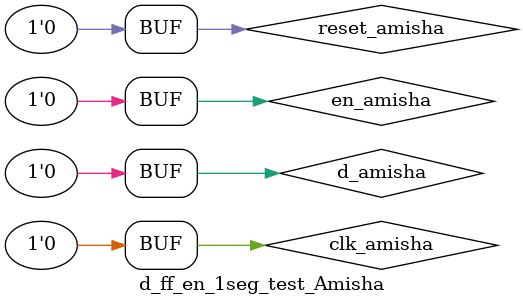
<source format=v>
`timescale 1ns / 1ps


module d_ff_en_1seg_test_Amisha;
	// Inputs
	reg clk_amisha;
	reg reset_amisha;
	reg en_amisha;
	reg d_amisha;
	// Outputs
	wire q_amisha;
	// Instantiate the Unit Under Test (UUT)
	d_ff_en_1seg_Amisha uut (
		.clk_amisha(clk_amisha), 
		.reset_amisha(reset_amisha), 
		.en_amisha(en_amisha), 
		.d_amisha(d_amisha), 
		.q_amisha(q_amisha)
	);
	initial begin
		clk_amisha = 0;
		reset_amisha = 1;
		en_amisha = 0;
		d_amisha = 0;
		#100;
		clk_amisha = 1;
		reset_amisha = 1;
		en_amisha = 0;
		d_amisha = 0;
		#100;
		clk_amisha = 0;
		reset_amisha = 0;
		en_amisha = 0;
		d_amisha = 1;
		#100;
		clk_amisha = 0;
		reset_amisha = 0;
		en_amisha = 1;
		d_amisha = 1;
		#100;
		clk_amisha = 1;
		reset_amisha = 0;
		en_amisha = 1;
		d_amisha = 0;
		#100;
		clk_amisha = 1;
		reset_amisha = 0;
		en_amisha = 1;
		d_amisha = 1;
		#100;
		clk_amisha = 0;
		reset_amisha = 0;
		en_amisha = 0;
		d_amisha = 0;
		#100;
	end      
endmodule


</source>
